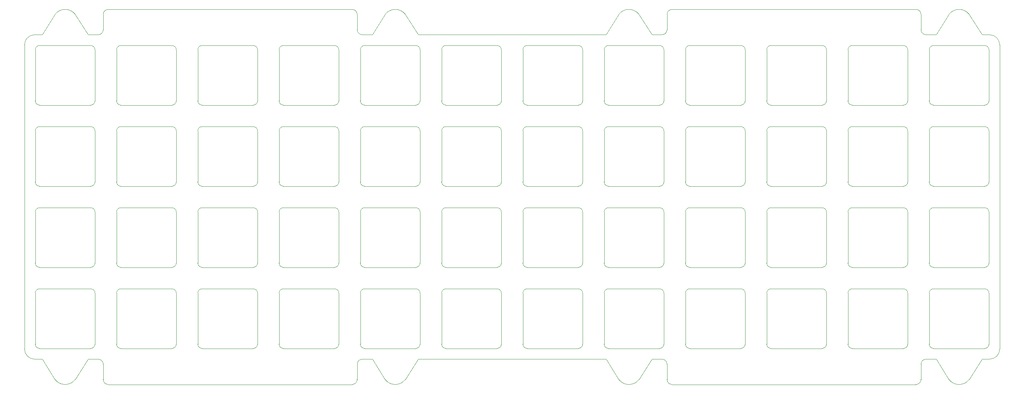
<source format=gbr>
G04 #@! TF.GenerationSoftware,KiCad,Pcbnew,(6.0.5-0)*
G04 #@! TF.CreationDate,2022-06-14T17:56:37-05:00*
G04 #@! TF.ProjectId,plate,706c6174-652e-46b6-9963-61645f706362,rev?*
G04 #@! TF.SameCoordinates,Original*
G04 #@! TF.FileFunction,Profile,NP*
%FSLAX46Y46*%
G04 Gerber Fmt 4.6, Leading zero omitted, Abs format (unit mm)*
G04 Created by KiCad (PCBNEW (6.0.5-0)) date 2022-06-14 17:56:37*
%MOMM*%
%LPD*%
G01*
G04 APERTURE LIST*
G04 #@! TA.AperFunction,Profile*
%ADD10C,0.050000*%
G04 #@! TD*
G04 APERTURE END LIST*
D10*
X372665930Y-116681390D02*
G75*
G03*
X375047190Y-114300144I-30J2381290D01*
G01*
X372665930Y-116681404D02*
X370880043Y-116681516D01*
X375047224Y-42862536D02*
G75*
G03*
X372665930Y-40481276I-2381324J-64D01*
G01*
X372665930Y-40481276D02*
X370880043Y-40481272D01*
X282773719Y-40481272D02*
X238721741Y-40481452D01*
X150615417Y-40481452D02*
X148829842Y-40481468D01*
X148829842Y-116681404D02*
X150615417Y-116681404D01*
X238721741Y-116681535D02*
X282773719Y-116681516D01*
X146448582Y-42862728D02*
X146448582Y-114300156D01*
X148829842Y-40481482D02*
G75*
G03*
X146448582Y-42862728I-42J-2381218D01*
G01*
X235743948Y-35718780D02*
G75*
G03*
X230981444Y-35718780I-2381252J-1785939D01*
G01*
X158354486Y-35718948D02*
X161331051Y-40481452D01*
X164905385Y-121443684D02*
X164905385Y-117872664D01*
X230981789Y-121442339D02*
X228006107Y-116681535D01*
X356590096Y-39290143D02*
G75*
G03*
X357780701Y-40481104I1190604J-357D01*
G01*
X293489353Y-40481272D02*
X295869376Y-40481104D01*
X146448584Y-114300156D02*
G75*
G03*
X148829842Y-116681416I2381216J-44D01*
G01*
X166092326Y-34527800D02*
G75*
G03*
X164901700Y-35718780I-26J-1190600D01*
G01*
X357784386Y-116681660D02*
G75*
G03*
X356593760Y-117872645I14J-1190640D01*
G01*
X356590061Y-35718600D02*
G75*
G03*
X355399449Y-34527639I-1190561J400D01*
G01*
X367902775Y-35719295D02*
G75*
G03*
X363139746Y-35718600I-2381775J-1785205D01*
G01*
X367902772Y-35719297D02*
X370880043Y-40481272D01*
X297059650Y-121443684D02*
G75*
G03*
X298254313Y-122634644I1190950J-16D01*
G01*
X285749056Y-35718768D02*
X282773719Y-40481272D01*
X357780701Y-40481104D02*
X360163180Y-40481272D01*
X224431773Y-35718780D02*
X224431773Y-39290323D01*
X355400677Y-122636760D02*
G75*
G03*
X356593760Y-121443684I23J1193060D01*
G01*
X164905355Y-121443684D02*
G75*
G03*
X166096011Y-122634645I1190645J-316D01*
G01*
X298250628Y-34527602D02*
G75*
G03*
X297060002Y-35718600I-28J-1190598D01*
G01*
X290511469Y-35718669D02*
G75*
G03*
X285749056Y-35718768I-2381169J-1785831D01*
G01*
X224431816Y-39290323D02*
G75*
G03*
X225622399Y-40481284I1190584J-377D01*
G01*
X363139405Y-121445030D02*
G75*
G03*
X367903478Y-121443852I2381595J1787330D01*
G01*
X230981444Y-35718780D02*
X228006107Y-40481452D01*
X290511479Y-35718661D02*
X293489353Y-40481272D01*
X223244832Y-122634645D02*
X166096011Y-122634645D01*
X153591092Y-121442344D02*
G75*
G03*
X158352029Y-121443517I2380908J1784644D01*
G01*
X298250628Y-34527639D02*
X355399449Y-34527639D01*
X297059663Y-121443684D02*
X297063687Y-117872645D01*
X158352029Y-121443517D02*
X161331051Y-116681404D01*
X166092326Y-34527819D02*
X223241147Y-34527819D01*
X375047190Y-114300144D02*
X375047190Y-42862536D01*
X225626084Y-116681658D02*
G75*
G03*
X224435458Y-117872664I16J-1190642D01*
G01*
X285748713Y-121445031D02*
X282773719Y-116681516D01*
X363139403Y-121445031D02*
X360164409Y-116681516D01*
X163714759Y-116681703D02*
X161331051Y-116681535D01*
X360164409Y-116681516D02*
X357784386Y-116681684D01*
X295869376Y-40481102D02*
G75*
G03*
X297060002Y-39290143I24J1190602D01*
G01*
X224435458Y-117872664D02*
X224435458Y-121443684D01*
X223244832Y-122634658D02*
G75*
G03*
X224435458Y-121443684I-32J1190658D01*
G01*
X153591099Y-121442339D02*
X150615417Y-116681404D01*
X235742719Y-121443517D02*
X238721741Y-116681535D01*
X161331051Y-40481452D02*
X163711074Y-40481284D01*
X356593760Y-117872645D02*
X356593760Y-121443684D01*
X158354486Y-35718948D02*
G75*
G03*
X153591982Y-35718948I-2381252J-1786682D01*
G01*
X367903478Y-121443852D02*
X370880043Y-116681516D01*
X224431681Y-35718780D02*
G75*
G03*
X223241147Y-34527819I-1190581J380D01*
G01*
X363139746Y-35718600D02*
X360163180Y-40481272D01*
X164901700Y-39290323D02*
X164901700Y-35718780D01*
X228006107Y-116681535D02*
X225626084Y-116681703D01*
X285748702Y-121445039D02*
G75*
G03*
X290512788Y-121443852I2381598J1787339D01*
G01*
X164905397Y-117872664D02*
G75*
G03*
X163714759Y-116681703I-1190597J364D01*
G01*
X153591982Y-35718948D02*
X150615417Y-40481452D01*
X163711074Y-40481300D02*
G75*
G03*
X164901700Y-39290323I26J1190600D01*
G01*
X356590075Y-35718600D02*
X356590075Y-39290143D01*
X230981795Y-121442335D02*
G75*
G03*
X235742719Y-121443517I2380905J1784635D01*
G01*
X225622399Y-40481284D02*
X228006107Y-40481452D01*
X297063716Y-117872645D02*
G75*
G03*
X295873061Y-116681684I-1190616J345D01*
G01*
X290512788Y-121443852D02*
X293489353Y-116681516D01*
X297060002Y-39290143D02*
X297060002Y-35718600D01*
X355400677Y-122636767D02*
X298254313Y-122634644D01*
X295873061Y-116681684D02*
X293489353Y-116681516D01*
X235743948Y-35718780D02*
X238721741Y-40481452D01*
X148972530Y-56006460D02*
X148972530Y-44006460D01*
X149972530Y-57006460D02*
X161972530Y-57006460D01*
X149972530Y-43006460D02*
X161972530Y-43006460D01*
X162972530Y-44006460D02*
X162972530Y-56006460D01*
X161972530Y-57006460D02*
G75*
G03*
X162972530Y-56006460I0J1000000D01*
G01*
X162972530Y-44006460D02*
G75*
G03*
X161972530Y-43006460I-1000000J0D01*
G01*
X148972530Y-56006460D02*
G75*
G03*
X149972530Y-57006460I999999J-1D01*
G01*
X149972530Y-43006460D02*
G75*
G03*
X148972530Y-44006460I-1J-999999D01*
G01*
X168022610Y-56006460D02*
X168022610Y-44006460D01*
X169022610Y-43006460D02*
X181022610Y-43006460D01*
X182022610Y-44006460D02*
X182022610Y-56006460D01*
X169022610Y-57006460D02*
X181022610Y-57006460D01*
X182022610Y-44006460D02*
G75*
G03*
X181022610Y-43006460I-1000000J0D01*
G01*
X168022610Y-56006460D02*
G75*
G03*
X169022610Y-57006460I999999J-1D01*
G01*
X181022610Y-57006460D02*
G75*
G03*
X182022610Y-56006460I0J1000000D01*
G01*
X169022610Y-43006460D02*
G75*
G03*
X168022610Y-44006460I-1J-999999D01*
G01*
X188072690Y-57006460D02*
X200072690Y-57006460D01*
X187072690Y-56006460D02*
X187072690Y-44006460D01*
X201072690Y-44006460D02*
X201072690Y-56006460D01*
X188072690Y-43006460D02*
X200072690Y-43006460D01*
X200072690Y-57006460D02*
G75*
G03*
X201072690Y-56006460I0J1000000D01*
G01*
X188072690Y-43006460D02*
G75*
G03*
X187072690Y-44006460I-1J-999999D01*
G01*
X187072690Y-56006460D02*
G75*
G03*
X188072690Y-57006460I999999J-1D01*
G01*
X201072690Y-44006460D02*
G75*
G03*
X200072690Y-43006460I-1000000J0D01*
G01*
X206122770Y-56006460D02*
X206122770Y-44006460D01*
X207122770Y-57006460D02*
X219122770Y-57006460D01*
X207122770Y-43006460D02*
X219122770Y-43006460D01*
X220122770Y-44006460D02*
X220122770Y-56006460D01*
X207122770Y-43006460D02*
G75*
G03*
X206122770Y-44006460I-1J-999999D01*
G01*
X219122770Y-57006460D02*
G75*
G03*
X220122770Y-56006460I0J1000000D01*
G01*
X220122770Y-44006460D02*
G75*
G03*
X219122770Y-43006460I-1000000J0D01*
G01*
X206122770Y-56006460D02*
G75*
G03*
X207122770Y-57006460I999999J-1D01*
G01*
X239172850Y-44006460D02*
X239172850Y-56006460D01*
X225172850Y-56006460D02*
X225172850Y-44006460D01*
X226172850Y-57006460D02*
X238172850Y-57006460D01*
X226172850Y-43006460D02*
X238172850Y-43006460D01*
X226172850Y-43006460D02*
G75*
G03*
X225172850Y-44006460I-1J-999999D01*
G01*
X225172850Y-56006460D02*
G75*
G03*
X226172850Y-57006460I999999J-1D01*
G01*
X239172850Y-44006460D02*
G75*
G03*
X238172850Y-43006460I-1000000J0D01*
G01*
X238172850Y-57006460D02*
G75*
G03*
X239172850Y-56006460I0J1000000D01*
G01*
X321423250Y-57006460D02*
X333423250Y-57006460D01*
X321423250Y-43006460D02*
X333423250Y-43006460D01*
X334423250Y-44006460D02*
X334423250Y-56006460D01*
X320423250Y-56006460D02*
X320423250Y-44006460D01*
X320423250Y-56006460D02*
G75*
G03*
X321423250Y-57006460I999999J-1D01*
G01*
X321423250Y-43006460D02*
G75*
G03*
X320423250Y-44006460I-1J-999999D01*
G01*
X334423250Y-44006460D02*
G75*
G03*
X333423250Y-43006460I-1000000J0D01*
G01*
X333423250Y-57006460D02*
G75*
G03*
X334423250Y-56006460I0J1000000D01*
G01*
X339473330Y-56006460D02*
X339473330Y-44006460D01*
X340473330Y-43006460D02*
X352473330Y-43006460D01*
X340473330Y-57006460D02*
X352473330Y-57006460D01*
X353473330Y-44006460D02*
X353473330Y-56006460D01*
X353473330Y-44006460D02*
G75*
G03*
X352473330Y-43006460I-1000000J0D01*
G01*
X339473330Y-56006460D02*
G75*
G03*
X340473330Y-57006460I999999J-1D01*
G01*
X352473330Y-57006460D02*
G75*
G03*
X353473330Y-56006460I0J1000000D01*
G01*
X340473330Y-43006460D02*
G75*
G03*
X339473330Y-44006460I-1J-999999D01*
G01*
X148972530Y-75056540D02*
X148972530Y-63056540D01*
X149972530Y-76056540D02*
X161972530Y-76056540D01*
X162972530Y-63056540D02*
X162972530Y-75056540D01*
X149972530Y-62056540D02*
X161972530Y-62056540D01*
X161972530Y-76056540D02*
G75*
G03*
X162972530Y-75056540I0J1000000D01*
G01*
X149972530Y-62056540D02*
G75*
G03*
X148972530Y-63056540I-1J-999999D01*
G01*
X148972530Y-75056540D02*
G75*
G03*
X149972530Y-76056540I999999J-1D01*
G01*
X162972530Y-63056540D02*
G75*
G03*
X161972530Y-62056540I-1000000J0D01*
G01*
X201072690Y-63056540D02*
X201072690Y-75056540D01*
X188072690Y-76056540D02*
X200072690Y-76056540D01*
X188072690Y-62056540D02*
X200072690Y-62056540D01*
X187072690Y-75056540D02*
X187072690Y-63056540D01*
X187072690Y-75056540D02*
G75*
G03*
X188072690Y-76056540I999999J-1D01*
G01*
X201072690Y-63056540D02*
G75*
G03*
X200072690Y-62056540I-1000000J0D01*
G01*
X200072690Y-76056540D02*
G75*
G03*
X201072690Y-75056540I0J1000000D01*
G01*
X188072690Y-62056540D02*
G75*
G03*
X187072690Y-63056540I-1J-999999D01*
G01*
X239172850Y-63056540D02*
X239172850Y-75056540D01*
X225172850Y-75056540D02*
X225172850Y-63056540D01*
X226172850Y-62056540D02*
X238172850Y-62056540D01*
X226172850Y-76056540D02*
X238172850Y-76056540D01*
X239172850Y-63056540D02*
G75*
G03*
X238172850Y-62056540I-1000000J0D01*
G01*
X226172850Y-62056540D02*
G75*
G03*
X225172850Y-63056540I-1J-999999D01*
G01*
X238172850Y-76056540D02*
G75*
G03*
X239172850Y-75056540I0J1000000D01*
G01*
X225172850Y-75056540D02*
G75*
G03*
X226172850Y-76056540I999999J-1D01*
G01*
X245222930Y-76056540D02*
X257222930Y-76056540D01*
X258222930Y-63056540D02*
X258222930Y-75056540D01*
X245222930Y-62056540D02*
X257222930Y-62056540D01*
X244222930Y-75056540D02*
X244222930Y-63056540D01*
X244222930Y-75056540D02*
G75*
G03*
X245222930Y-76056540I999999J-1D01*
G01*
X258222930Y-63056540D02*
G75*
G03*
X257222930Y-62056540I-1000000J0D01*
G01*
X245222930Y-62056540D02*
G75*
G03*
X244222930Y-63056540I-1J-999999D01*
G01*
X257222930Y-76056540D02*
G75*
G03*
X258222930Y-75056540I0J1000000D01*
G01*
X263273010Y-75056540D02*
X263273010Y-63056540D01*
X264273010Y-62056540D02*
X276273010Y-62056540D01*
X264273010Y-76056540D02*
X276273010Y-76056540D01*
X277273010Y-63056540D02*
X277273010Y-75056540D01*
X263273010Y-75056540D02*
G75*
G03*
X264273010Y-76056540I999999J-1D01*
G01*
X264273010Y-62056540D02*
G75*
G03*
X263273010Y-63056540I-1J-999999D01*
G01*
X276273010Y-76056540D02*
G75*
G03*
X277273010Y-75056540I0J1000000D01*
G01*
X277273010Y-63056540D02*
G75*
G03*
X276273010Y-62056540I-1000000J0D01*
G01*
X296323090Y-63056540D02*
X296323090Y-75056540D01*
X283323090Y-76056540D02*
X295323090Y-76056540D01*
X283323090Y-62056540D02*
X295323090Y-62056540D01*
X282323090Y-75056540D02*
X282323090Y-63056540D01*
X282323090Y-75056540D02*
G75*
G03*
X283323090Y-76056540I999999J-1D01*
G01*
X283323090Y-62056540D02*
G75*
G03*
X282323090Y-63056540I-1J-999999D01*
G01*
X296323090Y-63056540D02*
G75*
G03*
X295323090Y-62056540I-1000000J0D01*
G01*
X295323090Y-76056540D02*
G75*
G03*
X296323090Y-75056540I0J1000000D01*
G01*
X315373170Y-63056540D02*
X315373170Y-75056540D01*
X301373170Y-75056540D02*
X301373170Y-63056540D01*
X302373170Y-76056540D02*
X314373170Y-76056540D01*
X302373170Y-62056540D02*
X314373170Y-62056540D01*
X302373170Y-62056540D02*
G75*
G03*
X301373170Y-63056540I-1J-999999D01*
G01*
X301373170Y-75056540D02*
G75*
G03*
X302373170Y-76056540I999999J-1D01*
G01*
X314373170Y-76056540D02*
G75*
G03*
X315373170Y-75056540I0J1000000D01*
G01*
X315373170Y-63056540D02*
G75*
G03*
X314373170Y-62056540I-1000000J0D01*
G01*
X321423250Y-76056540D02*
X333423250Y-76056540D01*
X334423250Y-63056540D02*
X334423250Y-75056540D01*
X321423250Y-62056540D02*
X333423250Y-62056540D01*
X320423250Y-75056540D02*
X320423250Y-63056540D01*
X321423250Y-62056540D02*
G75*
G03*
X320423250Y-63056540I-1J-999999D01*
G01*
X334423250Y-63056540D02*
G75*
G03*
X333423250Y-62056540I-1000000J0D01*
G01*
X333423250Y-76056540D02*
G75*
G03*
X334423250Y-75056540I0J1000000D01*
G01*
X320423250Y-75056540D02*
G75*
G03*
X321423250Y-76056540I999999J-1D01*
G01*
X340473330Y-62056540D02*
X352473330Y-62056540D01*
X339473330Y-75056540D02*
X339473330Y-63056540D01*
X353473330Y-63056540D02*
X353473330Y-75056540D01*
X340473330Y-76056540D02*
X352473330Y-76056540D01*
X353473330Y-63056540D02*
G75*
G03*
X352473330Y-62056540I-1000000J0D01*
G01*
X352473330Y-76056540D02*
G75*
G03*
X353473330Y-75056540I0J1000000D01*
G01*
X339473330Y-75056540D02*
G75*
G03*
X340473330Y-76056540I999999J-1D01*
G01*
X340473330Y-62056540D02*
G75*
G03*
X339473330Y-63056540I-1J-999999D01*
G01*
X358523410Y-75056540D02*
X358523410Y-63056540D01*
X359523410Y-76056540D02*
X371523410Y-76056540D01*
X372523410Y-63056540D02*
X372523410Y-75056540D01*
X359523410Y-62056540D02*
X371523410Y-62056540D01*
X358523410Y-75056540D02*
G75*
G03*
X359523410Y-76056540I999999J-1D01*
G01*
X359523410Y-62056540D02*
G75*
G03*
X358523410Y-63056540I-1J-999999D01*
G01*
X372523410Y-63056540D02*
G75*
G03*
X371523410Y-62056540I-1000000J0D01*
G01*
X371523410Y-76056540D02*
G75*
G03*
X372523410Y-75056540I0J1000000D01*
G01*
X162972530Y-82106620D02*
X162972530Y-94106620D01*
X148972530Y-94106620D02*
X148972530Y-82106620D01*
X149972530Y-81106620D02*
X161972530Y-81106620D01*
X149972530Y-95106620D02*
X161972530Y-95106620D01*
X148972530Y-94106620D02*
G75*
G03*
X149972530Y-95106620I999999J-1D01*
G01*
X162972530Y-82106620D02*
G75*
G03*
X161972530Y-81106620I-1000000J0D01*
G01*
X161972530Y-95106620D02*
G75*
G03*
X162972530Y-94106620I0J1000000D01*
G01*
X149972530Y-81106620D02*
G75*
G03*
X148972530Y-82106620I-1J-999999D01*
G01*
X169022610Y-81106620D02*
X181022610Y-81106620D01*
X169022610Y-95106620D02*
X181022610Y-95106620D01*
X168022610Y-94106620D02*
X168022610Y-82106620D01*
X182022610Y-82106620D02*
X182022610Y-94106620D01*
X181022610Y-95106620D02*
G75*
G03*
X182022610Y-94106620I0J1000000D01*
G01*
X168022610Y-94106620D02*
G75*
G03*
X169022610Y-95106620I999999J-1D01*
G01*
X182022610Y-82106620D02*
G75*
G03*
X181022610Y-81106620I-1000000J0D01*
G01*
X169022610Y-81106620D02*
G75*
G03*
X168022610Y-82106620I-1J-999999D01*
G01*
X187072690Y-94106620D02*
X187072690Y-82106620D01*
X201072690Y-82106620D02*
X201072690Y-94106620D01*
X188072690Y-81106620D02*
X200072690Y-81106620D01*
X188072690Y-95106620D02*
X200072690Y-95106620D01*
X187072690Y-94106620D02*
G75*
G03*
X188072690Y-95106620I999999J-1D01*
G01*
X188072690Y-81106620D02*
G75*
G03*
X187072690Y-82106620I-1J-999999D01*
G01*
X201072690Y-82106620D02*
G75*
G03*
X200072690Y-81106620I-1000000J0D01*
G01*
X200072690Y-95106620D02*
G75*
G03*
X201072690Y-94106620I0J1000000D01*
G01*
X207122770Y-95106620D02*
X219122770Y-95106620D01*
X206122770Y-94106620D02*
X206122770Y-82106620D01*
X220122770Y-82106620D02*
X220122770Y-94106620D01*
X207122770Y-81106620D02*
X219122770Y-81106620D01*
X220122770Y-82106620D02*
G75*
G03*
X219122770Y-81106620I-1000000J0D01*
G01*
X219122770Y-95106620D02*
G75*
G03*
X220122770Y-94106620I0J1000000D01*
G01*
X206122770Y-94106620D02*
G75*
G03*
X207122770Y-95106620I999999J-1D01*
G01*
X207122770Y-81106620D02*
G75*
G03*
X206122770Y-82106620I-1J-999999D01*
G01*
X226172850Y-81106620D02*
X238172850Y-81106620D01*
X225172850Y-94106620D02*
X225172850Y-82106620D01*
X226172850Y-95106620D02*
X238172850Y-95106620D01*
X239172850Y-82106620D02*
X239172850Y-94106620D01*
X238172850Y-95106620D02*
G75*
G03*
X239172850Y-94106620I0J1000000D01*
G01*
X225172850Y-94106620D02*
G75*
G03*
X226172850Y-95106620I999999J-1D01*
G01*
X239172850Y-82106620D02*
G75*
G03*
X238172850Y-81106620I-1000000J0D01*
G01*
X226172850Y-81106620D02*
G75*
G03*
X225172850Y-82106620I-1J-999999D01*
G01*
X245222930Y-81106620D02*
X257222930Y-81106620D01*
X245222930Y-95106620D02*
X257222930Y-95106620D01*
X244222930Y-94106620D02*
X244222930Y-82106620D01*
X258222930Y-82106620D02*
X258222930Y-94106620D01*
X258222930Y-82106620D02*
G75*
G03*
X257222930Y-81106620I-1000000J0D01*
G01*
X244222930Y-94106620D02*
G75*
G03*
X245222930Y-95106620I999999J-1D01*
G01*
X245222930Y-81106620D02*
G75*
G03*
X244222930Y-82106620I-1J-999999D01*
G01*
X257222930Y-95106620D02*
G75*
G03*
X258222930Y-94106620I0J1000000D01*
G01*
X264273010Y-81106620D02*
X276273010Y-81106620D01*
X277273010Y-82106620D02*
X277273010Y-94106620D01*
X263273010Y-94106620D02*
X263273010Y-82106620D01*
X264273010Y-95106620D02*
X276273010Y-95106620D01*
X277273010Y-82106620D02*
G75*
G03*
X276273010Y-81106620I-1000000J0D01*
G01*
X263273010Y-94106620D02*
G75*
G03*
X264273010Y-95106620I999999J-1D01*
G01*
X264273010Y-81106620D02*
G75*
G03*
X263273010Y-82106620I-1J-999999D01*
G01*
X276273010Y-95106620D02*
G75*
G03*
X277273010Y-94106620I0J1000000D01*
G01*
X282323090Y-94106620D02*
X282323090Y-82106620D01*
X296323090Y-82106620D02*
X296323090Y-94106620D01*
X283323090Y-95106620D02*
X295323090Y-95106620D01*
X283323090Y-81106620D02*
X295323090Y-81106620D01*
X282323090Y-94106620D02*
G75*
G03*
X283323090Y-95106620I999999J-1D01*
G01*
X283323090Y-81106620D02*
G75*
G03*
X282323090Y-82106620I-1J-999999D01*
G01*
X295323090Y-95106620D02*
G75*
G03*
X296323090Y-94106620I0J1000000D01*
G01*
X296323090Y-82106620D02*
G75*
G03*
X295323090Y-81106620I-1000000J0D01*
G01*
X302373170Y-81106620D02*
X314373170Y-81106620D01*
X302373170Y-95106620D02*
X314373170Y-95106620D01*
X315373170Y-82106620D02*
X315373170Y-94106620D01*
X301373170Y-94106620D02*
X301373170Y-82106620D01*
X302373170Y-81106620D02*
G75*
G03*
X301373170Y-82106620I-1J-999999D01*
G01*
X315373170Y-82106620D02*
G75*
G03*
X314373170Y-81106620I-1000000J0D01*
G01*
X301373170Y-94106620D02*
G75*
G03*
X302373170Y-95106620I999999J-1D01*
G01*
X314373170Y-95106620D02*
G75*
G03*
X315373170Y-94106620I0J1000000D01*
G01*
X321423250Y-81106620D02*
X333423250Y-81106620D01*
X321423250Y-95106620D02*
X333423250Y-95106620D01*
X320423250Y-94106620D02*
X320423250Y-82106620D01*
X334423250Y-82106620D02*
X334423250Y-94106620D01*
X334423250Y-82106620D02*
G75*
G03*
X333423250Y-81106620I-1000000J0D01*
G01*
X321423250Y-81106620D02*
G75*
G03*
X320423250Y-82106620I-1J-999999D01*
G01*
X333423250Y-95106620D02*
G75*
G03*
X334423250Y-94106620I0J1000000D01*
G01*
X320423250Y-94106620D02*
G75*
G03*
X321423250Y-95106620I999999J-1D01*
G01*
X353473330Y-82106620D02*
X353473330Y-94106620D01*
X340473330Y-95106620D02*
X352473330Y-95106620D01*
X339473330Y-94106620D02*
X339473330Y-82106620D01*
X340473330Y-81106620D02*
X352473330Y-81106620D01*
X352473330Y-95106620D02*
G75*
G03*
X353473330Y-94106620I0J1000000D01*
G01*
X340473330Y-81106620D02*
G75*
G03*
X339473330Y-82106620I-1J-999999D01*
G01*
X353473330Y-82106620D02*
G75*
G03*
X352473330Y-81106620I-1000000J0D01*
G01*
X339473330Y-94106620D02*
G75*
G03*
X340473330Y-95106620I999999J-1D01*
G01*
X372523410Y-82106620D02*
X372523410Y-94106620D01*
X358523410Y-94106620D02*
X358523410Y-82106620D01*
X359523410Y-81106620D02*
X371523410Y-81106620D01*
X359523410Y-95106620D02*
X371523410Y-95106620D01*
X371523410Y-95106620D02*
G75*
G03*
X372523410Y-94106620I0J1000000D01*
G01*
X359523410Y-81106620D02*
G75*
G03*
X358523410Y-82106620I-1J-999999D01*
G01*
X358523410Y-94106620D02*
G75*
G03*
X359523410Y-95106620I999999J-1D01*
G01*
X372523410Y-82106620D02*
G75*
G03*
X371523410Y-81106620I-1000000J0D01*
G01*
X182022610Y-101156700D02*
X182022610Y-113156700D01*
X169022610Y-114156700D02*
X181022610Y-114156700D01*
X169022610Y-100156700D02*
X181022610Y-100156700D01*
X168022610Y-113156700D02*
X168022610Y-101156700D01*
X182022610Y-101156700D02*
G75*
G03*
X181022610Y-100156700I-1000000J0D01*
G01*
X169022610Y-100156700D02*
G75*
G03*
X168022610Y-101156700I-1J-999999D01*
G01*
X181022610Y-114156700D02*
G75*
G03*
X182022610Y-113156700I0J1000000D01*
G01*
X168022610Y-113156700D02*
G75*
G03*
X169022610Y-114156700I999999J-1D01*
G01*
X187072690Y-113156700D02*
X187072690Y-101156700D01*
X188072690Y-114156700D02*
X200072690Y-114156700D01*
X188072690Y-100156700D02*
X200072690Y-100156700D01*
X201072690Y-101156700D02*
X201072690Y-113156700D01*
X188072690Y-100156700D02*
G75*
G03*
X187072690Y-101156700I-1J-999999D01*
G01*
X187072690Y-113156700D02*
G75*
G03*
X188072690Y-114156700I999999J-1D01*
G01*
X200072690Y-114156700D02*
G75*
G03*
X201072690Y-113156700I0J1000000D01*
G01*
X201072690Y-101156700D02*
G75*
G03*
X200072690Y-100156700I-1000000J0D01*
G01*
X207122770Y-100156700D02*
X219122770Y-100156700D01*
X206122770Y-113156700D02*
X206122770Y-101156700D01*
X220122770Y-101156700D02*
X220122770Y-113156700D01*
X207122770Y-114156700D02*
X219122770Y-114156700D01*
X219122770Y-114156700D02*
G75*
G03*
X220122770Y-113156700I0J1000000D01*
G01*
X207122770Y-100156700D02*
G75*
G03*
X206122770Y-101156700I-1J-999999D01*
G01*
X206122770Y-113156700D02*
G75*
G03*
X207122770Y-114156700I999999J-1D01*
G01*
X220122770Y-101156700D02*
G75*
G03*
X219122770Y-100156700I-1000000J0D01*
G01*
X226172850Y-100156700D02*
X238172850Y-100156700D01*
X225172850Y-113156700D02*
X225172850Y-101156700D01*
X226172850Y-114156700D02*
X238172850Y-114156700D01*
X239172850Y-101156700D02*
X239172850Y-113156700D01*
X239172850Y-101156700D02*
G75*
G03*
X238172850Y-100156700I-1000000J0D01*
G01*
X225172850Y-113156700D02*
G75*
G03*
X226172850Y-114156700I999999J-1D01*
G01*
X226172850Y-100156700D02*
G75*
G03*
X225172850Y-101156700I-1J-999999D01*
G01*
X238172850Y-114156700D02*
G75*
G03*
X239172850Y-113156700I0J1000000D01*
G01*
X245222930Y-100156700D02*
X257222930Y-100156700D01*
X258222930Y-101156700D02*
X258222930Y-113156700D01*
X244222930Y-113156700D02*
X244222930Y-101156700D01*
X245222930Y-114156700D02*
X257222930Y-114156700D01*
X258222930Y-101156700D02*
G75*
G03*
X257222930Y-100156700I-1000000J0D01*
G01*
X245222930Y-100156700D02*
G75*
G03*
X244222930Y-101156700I-1J-999999D01*
G01*
X244222930Y-113156700D02*
G75*
G03*
X245222930Y-114156700I999999J-1D01*
G01*
X257222930Y-114156700D02*
G75*
G03*
X258222930Y-113156700I0J1000000D01*
G01*
X264273010Y-114156700D02*
X276273010Y-114156700D01*
X263273010Y-113156700D02*
X263273010Y-101156700D01*
X264273010Y-100156700D02*
X276273010Y-100156700D01*
X277273010Y-101156700D02*
X277273010Y-113156700D01*
X263273010Y-113156700D02*
G75*
G03*
X264273010Y-114156700I999999J-1D01*
G01*
X277273010Y-101156700D02*
G75*
G03*
X276273010Y-100156700I-1000000J0D01*
G01*
X276273010Y-114156700D02*
G75*
G03*
X277273010Y-113156700I0J1000000D01*
G01*
X264273010Y-100156700D02*
G75*
G03*
X263273010Y-101156700I-1J-999999D01*
G01*
X282323090Y-113156700D02*
X282323090Y-101156700D01*
X296323090Y-101156700D02*
X296323090Y-113156700D01*
X283323090Y-114156700D02*
X295323090Y-114156700D01*
X283323090Y-100156700D02*
X295323090Y-100156700D01*
X282323090Y-113156700D02*
G75*
G03*
X283323090Y-114156700I999999J-1D01*
G01*
X295323090Y-114156700D02*
G75*
G03*
X296323090Y-113156700I0J1000000D01*
G01*
X296323090Y-101156700D02*
G75*
G03*
X295323090Y-100156700I-1000000J0D01*
G01*
X283323090Y-100156700D02*
G75*
G03*
X282323090Y-101156700I-1J-999999D01*
G01*
X302373170Y-100156700D02*
X314373170Y-100156700D01*
X302373170Y-114156700D02*
X314373170Y-114156700D01*
X315373170Y-101156700D02*
X315373170Y-113156700D01*
X301373170Y-113156700D02*
X301373170Y-101156700D01*
X315373170Y-101156700D02*
G75*
G03*
X314373170Y-100156700I-1000000J0D01*
G01*
X301373170Y-113156700D02*
G75*
G03*
X302373170Y-114156700I999999J-1D01*
G01*
X314373170Y-114156700D02*
G75*
G03*
X315373170Y-113156700I0J1000000D01*
G01*
X302373170Y-100156700D02*
G75*
G03*
X301373170Y-101156700I-1J-999999D01*
G01*
X320423250Y-113156700D02*
X320423250Y-101156700D01*
X334423250Y-101156700D02*
X334423250Y-113156700D01*
X321423250Y-114156700D02*
X333423250Y-114156700D01*
X321423250Y-100156700D02*
X333423250Y-100156700D01*
X333423250Y-114156700D02*
G75*
G03*
X334423250Y-113156700I0J1000000D01*
G01*
X321423250Y-100156700D02*
G75*
G03*
X320423250Y-101156700I-1J-999999D01*
G01*
X320423250Y-113156700D02*
G75*
G03*
X321423250Y-114156700I999999J-1D01*
G01*
X334423250Y-101156700D02*
G75*
G03*
X333423250Y-100156700I-1000000J0D01*
G01*
X340473330Y-114160000D02*
X352473330Y-114160000D01*
X353473330Y-101160000D02*
X353473330Y-113160000D01*
X340473330Y-100160000D02*
X352473330Y-100160000D01*
X339473330Y-113160000D02*
X339473330Y-101160000D01*
X340473330Y-100160000D02*
G75*
G03*
X339473330Y-101160000I-1J-999999D01*
G01*
X353473330Y-101160000D02*
G75*
G03*
X352473330Y-100160000I-1000000J0D01*
G01*
X339473330Y-113160000D02*
G75*
G03*
X340473330Y-114160000I999999J-1D01*
G01*
X352473330Y-114160000D02*
G75*
G03*
X353473330Y-113160000I0J1000000D01*
G01*
X359523410Y-100156700D02*
X371523410Y-100156700D01*
X359523410Y-114156700D02*
X371523410Y-114156700D01*
X358523410Y-113156700D02*
X358523410Y-101156700D01*
X372523410Y-101156700D02*
X372523410Y-113156700D01*
X371523410Y-114156700D02*
G75*
G03*
X372523410Y-113156700I0J1000000D01*
G01*
X372523410Y-101156700D02*
G75*
G03*
X371523410Y-100156700I-1000000J0D01*
G01*
X359523410Y-100156700D02*
G75*
G03*
X358523410Y-101156700I-1J-999999D01*
G01*
X358523410Y-113156700D02*
G75*
G03*
X359523410Y-114156700I999999J-1D01*
G01*
X149972530Y-114156700D02*
X161972530Y-114156700D01*
X149972530Y-100156700D02*
X161972530Y-100156700D01*
X162972530Y-101156700D02*
X162972530Y-113156700D01*
X148972530Y-113156700D02*
X148972530Y-101156700D01*
X162972530Y-101156700D02*
G75*
G03*
X161972530Y-100156700I-1000000J0D01*
G01*
X148972530Y-113156700D02*
G75*
G03*
X149972530Y-114156700I999999J-1D01*
G01*
X149972530Y-100156700D02*
G75*
G03*
X148972530Y-101156700I-1J-999999D01*
G01*
X161972530Y-114156700D02*
G75*
G03*
X162972530Y-113156700I0J1000000D01*
G01*
X182022610Y-63056540D02*
X182022610Y-75056540D01*
X169022610Y-62056540D02*
X181022610Y-62056540D01*
X169022610Y-76056540D02*
X181022610Y-76056540D01*
X168022610Y-75056540D02*
X168022610Y-63056540D01*
X169022610Y-62056540D02*
G75*
G03*
X168022610Y-63056540I-1J-999999D01*
G01*
X182022610Y-63056540D02*
G75*
G03*
X181022610Y-62056540I-1000000J0D01*
G01*
X168022610Y-75056540D02*
G75*
G03*
X169022610Y-76056540I999999J-1D01*
G01*
X181022610Y-76056540D02*
G75*
G03*
X182022610Y-75056540I0J1000000D01*
G01*
X358523410Y-56006460D02*
X358523410Y-44006460D01*
X359523410Y-57006460D02*
X371523410Y-57006460D01*
X372523410Y-44006460D02*
X372523410Y-56006460D01*
X359523410Y-43006460D02*
X371523410Y-43006460D01*
X358523410Y-56006460D02*
G75*
G03*
X359523410Y-57006460I999999J-1D01*
G01*
X359523410Y-43006460D02*
G75*
G03*
X358523410Y-44006460I-1J-999999D01*
G01*
X371523410Y-57006460D02*
G75*
G03*
X372523410Y-56006460I0J1000000D01*
G01*
X372523410Y-44006460D02*
G75*
G03*
X371523410Y-43006460I-1000000J0D01*
G01*
X207122770Y-62056540D02*
X219122770Y-62056540D01*
X207122770Y-76056540D02*
X219122770Y-76056540D01*
X206122770Y-75056540D02*
X206122770Y-63056540D01*
X220122770Y-63056540D02*
X220122770Y-75056540D01*
X219122770Y-76056540D02*
G75*
G03*
X220122770Y-75056540I0J1000000D01*
G01*
X207122770Y-62056540D02*
G75*
G03*
X206122770Y-63056540I-1J-999999D01*
G01*
X220122770Y-63056540D02*
G75*
G03*
X219122770Y-62056540I-1000000J0D01*
G01*
X206122770Y-75056540D02*
G75*
G03*
X207122770Y-76056540I999999J-1D01*
G01*
X245223314Y-43006460D02*
X257223314Y-43006460D01*
X244223314Y-56006460D02*
X244223314Y-44006460D01*
X245223314Y-57006460D02*
X257223314Y-57006460D01*
X258223314Y-44006460D02*
X258223314Y-56006460D01*
X258223314Y-44006460D02*
G75*
G03*
X257223314Y-43006460I-1000000J0D01*
G01*
X257223314Y-57006460D02*
G75*
G03*
X258223314Y-56006460I0J1000000D01*
G01*
X244223314Y-56006460D02*
G75*
G03*
X245223314Y-57006460I999999J-1D01*
G01*
X245223314Y-43006460D02*
G75*
G03*
X244223314Y-44006460I-1J-999999D01*
G01*
X264273330Y-57006460D02*
X276273330Y-57006460D01*
X277273330Y-44006460D02*
X277273330Y-56006460D01*
X263273330Y-56006460D02*
X263273330Y-44006460D01*
X264273330Y-43006460D02*
X276273330Y-43006460D01*
X276273330Y-57006460D02*
G75*
G03*
X277273330Y-56006460I0J1000000D01*
G01*
X264273330Y-43006460D02*
G75*
G03*
X263273330Y-44006460I-1J-999999D01*
G01*
X277273330Y-44006460D02*
G75*
G03*
X276273330Y-43006460I-1000000J0D01*
G01*
X263273330Y-56006460D02*
G75*
G03*
X264273330Y-57006460I999999J-1D01*
G01*
X283323346Y-43006460D02*
X295323346Y-43006460D01*
X282323346Y-56006460D02*
X282323346Y-44006460D01*
X296323346Y-44006460D02*
X296323346Y-56006460D01*
X283323346Y-57006460D02*
X295323346Y-57006460D01*
X295323346Y-57006460D02*
G75*
G03*
X296323346Y-56006460I0J1000000D01*
G01*
X283323346Y-43006460D02*
G75*
G03*
X282323346Y-44006460I-1J-999999D01*
G01*
X296323346Y-44006460D02*
G75*
G03*
X295323346Y-43006460I-1000000J0D01*
G01*
X282323346Y-56006460D02*
G75*
G03*
X283323346Y-57006460I999999J-1D01*
G01*
X302373362Y-43006460D02*
X314373362Y-43006460D01*
X315373362Y-44006460D02*
X315373362Y-56006460D01*
X302373362Y-57006460D02*
X314373362Y-57006460D01*
X301373362Y-56006460D02*
X301373362Y-44006460D01*
X302373362Y-43006460D02*
G75*
G03*
X301373362Y-44006460I-1J-999999D01*
G01*
X315373362Y-44006460D02*
G75*
G03*
X314373362Y-43006460I-1000000J0D01*
G01*
X301373362Y-56006460D02*
G75*
G03*
X302373362Y-57006460I999999J-1D01*
G01*
X314373362Y-57006460D02*
G75*
G03*
X315373362Y-56006460I0J1000000D01*
G01*
M02*

</source>
